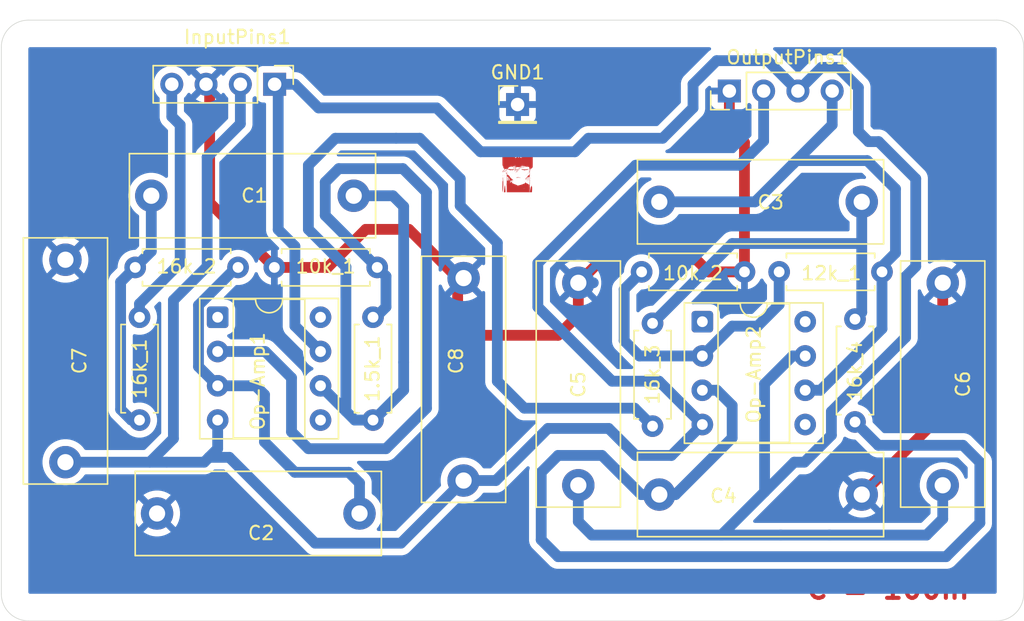
<source format=kicad_pcb>
(kicad_pcb (version 20241229) (generator "pcbnew") (generator_version "9.0")
  (layers (0 "F.Cu" signal) (2 "B.Cu" signal) (13 "F.Paste" user) (15 "B.Paste" user) (5 "F.SilkS" user "F.Silkscreen") (7 "B.SilkS" user "B.Silkscreen") (1 "F.Mask" user) (3 "B.Mask" user) (25 "Edge.Cuts" user))
  (net 0 "")
  (net 1 "GND")
  (net 2 "Net-(1.5k_1-Pad1)")
  (net 3 "Net-(Op-Amp1--)")
  (net 4 "Net-(Op-Amp2--)")
  (net 5 "V+")
  (net 6 "V-")
  (net 7 "Net-(16k_1-Pad2)")
  (net 8 "Net-(Op-Amp1-+)")
  (net 9 "Net-(Op-Amp2-+)")
  (net 16 "INPUT")
  (net 17 "Output")
  (net 18 "Net-(16k_3-Pad2)")
  (footprint "Connector_PinHeader_2.54mm:PinHeader_1x01_P2.54mm_Vertical" (layer "F.Cu") (at 162.5 92.5)
    (property "Reference" "GND1")
    (property "Value" "Conn_01x01_Pin")
  )
  (footprint "Capacitor_THT:C_Rect_L18.0mm_W6.0mm_P15.00mm_FKS3_FKP3" (layer "F.Cu") (at 158.5 120.359814 90)
    (property "Reference" "C8")
    (property "Value" "C")
  )
  (footprint "Resistor_THT:R_Axial_DIN0207_L6.3mm_D2.5mm_P7.62mm_Horizontal" (layer "F.Cu") (at 134.169 104.57)
    (property "Reference" "16k_2")
    (property "Value" "R")
  )
  (footprint "Connector_PinHeader_2.54mm:PinHeader_1x04_P2.54mm_Vertical" (layer "F.Cu") (at 178.19 91.5 90)
    (property "Reference" "OutputPins1")
    (property "Value" "Conn_01x04_Pin")
  )
  (footprint "Capacitor_THT:C_Rect_L18.0mm_W6.0mm_P15.00mm_FKS3_FKP3" (layer "F.Cu") (at 129 119 90)
    (property "Reference" "C7")
    (property "Value" "C")
  )
  (footprint "Resistor_THT:R_Axial_DIN0207_L6.3mm_D2.5mm_P7.62mm_Horizontal" (layer "F.Cu") (at 134.489 108.26 -90)
    (property "Reference" "16k_1")
    (property "Value" "R")
  )
  (footprint "Capacitor_THT:C_Rect_L18.0mm_W6.0mm_P15.00mm_FKS3_FKP3" (layer "F.Cu") (at 167 120.71 90)
    (property "Reference" "C5")
    (property "Value" "C")
  )
  (footprint "Package_DIP:DIP-8_W7.62mm_Socket" (layer "F.Cu") (at 176.19 108.59)
    (property "Reference" "Op-Amp2")
    (property "Value" "TL081")
  )
  (footprint "logo?:BME_LOGO" (layer "F.Cu") (at 129 126.5)
    (property "Reference" "G***" (hide yes))
    (property "Value" "LOGO" (hide yes))
  )
  (footprint "Capacitor_THT:C_Rect_L18.0mm_W6.0mm_P15.00mm_FKS3_FKP3" (layer "F.Cu") (at 194 120.71 90)
    (property "Reference" "C6")
    (property "Value" "C")
  )
  (footprint "logo?:lena" (layer "F.Cu") (at 162.5 97.5)
    (property "Reference" "G***" (hide yes))
    (property "Value" "LOGO" (hide yes))
  )
  (footprint "Resistor_THT:R_Axial_DIN0207_L6.3mm_D2.5mm_P7.62mm_Horizontal" (layer "F.Cu") (at 152.099 104.57 180)
    (property "Reference" "10k_1")
    (property "Value" "R")
  )
  (footprint "Capacitor_THT:C_Rect_L18.0mm_W6.0mm_P15.00mm_FKS3_FKP3" (layer "F.Cu") (at 173 99.71)
    (property "Reference" "C3")
    (property "Value" "C")
  )
  (footprint "Resistor_THT:R_Axial_DIN0207_L6.3mm_D2.5mm_P7.62mm_Horizontal" (layer "F.Cu") (at 189.5 104.9 180)
    (property "Reference" "12k_1")
    (property "Value" "R")
  )
  (footprint "Resistor_THT:R_Axial_DIN0207_L6.3mm_D2.5mm_P7.62mm_Horizontal" (layer "F.Cu") (at 187.5 108.4 -90)
    (property "Reference" "16k_4")
    (property "Value" "R")
  )
  (footprint "Resistor_THT:R_Axial_DIN0207_L6.3mm_D2.5mm_P7.62mm_Horizontal" (layer "F.Cu") (at 151.789 115.88 90)
    (property "Reference" "1.5k_1")
    (property "Value" "R")
  )
  (footprint "Capacitor_THT:C_Rect_L18.0mm_W6.0mm_P15.00mm_FKS3_FKP3" (layer "F.Cu") (at 150.359814 99.259814 180)
    (property "Reference" "C1")
    (property "Value" "C")
  )
  (footprint "Capacitor_THT:C_Rect_L18.0mm_W6.0mm_P15.00mm_FKS3_FKP3" (layer "F.Cu") (at 135.789 122.8)
    (property "Reference" "C2")
    (property "Value" "C")
  )
  (footprint "Connector_PinHeader_2.54mm:PinHeader_1x04_P2.54mm_Vertical" (layer "F.Cu") (at 144.5 91 -90)
    (property "Reference" "InputPins1")
    (property "Value" "Conn_01x04_Pin")
  )
  (footprint "Capacitor_THT:C_Rect_L18.0mm_W6.0mm_P15.00mm_FKS3_FKP3" (layer "F.Cu") (at 188 121.4 180)
    (property "Reference" "C4")
    (property "Value" "C")
  )
  (footprint "Package_DIP:DIP-8_W7.62mm_Socket" (layer "F.Cu") (at 140.279 108.26)
    (property "Reference" "Op-Amp1")
    (property "Value" "TL081")
  )
  (footprint "Resistor_THT:R_Axial_DIN0207_L6.3mm_D2.5mm_P7.62mm_Horizontal" (layer "F.Cu") (at 172.5 116.33 90)
    (property "Reference" "16k_3")
    (property "Value" "R")
  )
  (footprint "Resistor_THT:R_Axial_DIN0207_L6.3mm_D2.5mm_P7.62mm_Horizontal" (layer "F.Cu") (at 171.69 104.9)
    (property "Reference" "10k_2")
    (property "Value" "R")
  )
  (gr_arc (start 126.25 130.75) (mid 124.835786 130.164214) (end 124.25 128.75) (stroke (width 0.05)) (layer "Edge.Cuts"))
  (gr_line (start 126.25 86.25) (end 198 86.25) (stroke (width 0.05)) (layer "Edge.Cuts"))
  (gr_line (start 198 130.75) (end 126.25 130.75) (stroke (width 0.05)) (layer "Edge.Cuts"))
  (gr_line (start 124.25 128.75) (end 124.25 88.25) (stroke (width 0.05)) (layer "Edge.Cuts"))
  (gr_arc (start 198 86.25) (mid 199.414214 86.835786) (end 200 88.25) (stroke (width 0.05)) (layer "Edge.Cuts"))
  (gr_line (start 200 88.25) (end 200 128.75) (stroke (width 0.05)) (layer "Edge.Cuts"))
  (gr_arc (start 124.25 88.25) (mid 124.835786 86.835786) (end 126.25 86.25) (stroke (width 0.05)) (layer "Edge.Cuts"))
  (gr_arc (start 200 128.75) (mid 199.414214 130.164214) (end 198 130.75) (stroke (width 0.05)) (layer "Edge.Cuts"))
  (gr_text "C = 100nF" (at 183.75 129.25 0) (layer "F.Cu") (effects (font (size 1.5 1.5) (thickness 0.3) (bold yes)) (justify left bottom)))
  (segment (start 178.19 94.19) (end 178.19 91.5) (width 0.8) (layer "F.Cu") (net 1))
  (segment (start 194 115.4) (end 194 105.71) (width 0.8) (layer "F.Cu") (net 1))
  (segment (start 176.65 104.9) (end 179.31 104.9) (width 0.8) (layer "F.Cu") (net 1))
  (segment (start 158.059814 105.359814) (end 158.5 105.359814) (width 0.8) (layer "F.Cu") (net 1))
  (segment (start 144.479 104.57) (end 148.43 104.57) (width 0.8) (layer "F.Cu") (net 1))
  (segment (start 179.31 95.31) (end 178.19 94.19) (width 0.8) (layer "F.Cu") (net 1))
  (segment (start 139.42 91) (end 139.684814 91.264814) (width 0.8) (layer "F.Cu") (net 1))
  (segment (start 158.059814 108.459814) (end 158.059814 105.8) (width 0.8) (layer "F.Cu") (net 1))
  (segment (start 170.46 102.25) (end 174 102.25) (width 0.8) (layer "F.Cu") (net 1))
  (segment (start 167 105.71) (end 170.46 102.25) (width 0.8) (layer "F.Cu") (net 1))
  (segment (start 139.684814 99.775814) (end 144.479 104.57) (width 0.8) (layer "F.Cu") (net 1))
  (segment (start 174 102.25) (end 176.65 104.9) (width 0.8) (layer "F.Cu") (net 1))
  (segment (start 139.684814 91.264814) (end 139.684814 99.775814) (width 0.8) (layer "F.Cu") (net 1))
  (segment (start 167 108.1) (end 165.5 109.6) (width 0.8) (layer "F.Cu") (net 1))
  (segment (start 165.5 109.6) (end 159.2 109.6) (width 0.8) (layer "F.Cu") (net 1))
  (segment (start 148.43 104.57) (end 151.25 101.75) (width 0.8) (layer "F.Cu") (net 1))
  (segment (start 158.059814 105.8) (end 158.5 105.359814) (width 0.8) (layer "F.Cu") (net 1))
  (segment (start 179.31 104.9) (end 179.31 95.31) (width 0.8) (layer "F.Cu") (net 1))
  (segment (start 154.45 101.75) (end 158.059814 105.359814) (width 0.8) (layer "F.Cu") (net 1))
  (segment (start 188 121.4) (end 194 115.4) (width 0.8) (layer "F.Cu") (net 1))
  (segment (start 159.2 109.6) (end 158.059814 108.459814) (width 0.8) (layer "F.Cu") (net 1))
  (segment (start 167 105.71) (end 167 108.1) (width 0.8) (layer "F.Cu") (net 1))
  (segment (start 151.25 101.75) (end 154.45 101.75) (width 0.8) (layer "F.Cu") (net 1))
  (segment (start 167 105.71) (end 168.11 105.71) (width 0.8) (layer "B.Cu") (net 1))
  (segment (start 154.059814 113.659814) (end 151.839628 115.88) (width 0.8) (layer "B.Cu") (net 2))
  (segment (start 153.5 95) (end 149 95) (width 0.8) (layer "B.Cu") (net 2))
  (segment (start 149.7795 104.5295) (end 149.7795 115.2205) (width 0.8) (layer "B.Cu") (net 2))
  (segment (start 171.17 115) (end 163 115) (width 0.8) (layer "B.Cu") (net 2))
  (segment (start 150.439 115.88) (end 149.7795 115.2205) (width 0.8) (layer "B.Cu") (net 2))
  (segment (start 149 95) (end 147 97) (width 0.8) (layer "B.Cu") (net 2))
  (segment (start 158.25 98) (end 155.25 95) (width 0.8) (layer "B.Cu") (net 2))
  (segment (start 155.25 95) (end 153.5 95) (width 0.8) (layer "B.Cu") (net 2))
  (segment (start 172.5 116.33) (end 171.17 115) (width 0.8) (layer "B.Cu") (net 2))
  (segment (start 147 97) (end 147 101.75) (width 0.8) (layer "B.Cu") (net 2))
  (segment (start 151.839628 115.88) (end 151.789 115.88) (width 0.8) (layer "B.Cu") (net 2))
  (segment (start 161 102.75) (end 158.25 100) (width 0.8) (layer "B.Cu") (net 2))
  (segment (start 161 113) (end 161 102.75) (width 0.8) (layer "B.Cu") (net 2))
  (segment (start 158.25 100) (end 158.25 98) (width 0.8) (layer "B.Cu") (net 2))
  (segment (start 163 115) (end 161 113) (width 0.8) (layer "B.Cu") (net 2))
  (segment (start 151.789 115.88) (end 150.439 115.88) (width 0.8) (layer "B.Cu") (net 2))
  (segment (start 154.059814 100.059814) (end 154.059814 111.6) (width 0.8) (layer "B.Cu") (net 2))
  (segment (start 149.7795 115.2205) (end 147.899 113.34) (width 0.8) (layer "B.Cu") (net 2))
  (segment (start 154.059814 111.6) (end 154.059814 113.659814) (width 0.8) (layer "B.Cu") (net 2))
  (segment (start 147 101.75) (end 149.7795 104.5295) (width 0.8) (layer "B.Cu") (net 2))
  (segment (start 153.259814 99.259814) (end 154.059814 100.059814) (width 0.8) (layer "B.Cu") (net 2))
  (segment (start 150.359814 99.259814) (end 153.259814 99.259814) (width 0.8) (layer "B.Cu") (net 2))
  (segment (start 145.75 112.75) (end 145.75 116.75) (width 0.8) (layer "B.Cu") (net 3))
  (segment (start 152.75 118) (end 155.75 115) (width 0.8) (layer "B.Cu") (net 3))
  (segment (start 151.99 108.26) (end 152.75 107.5) (width 0.8) (layer "B.Cu") (net 3))
  (segment (start 148.25 98.25) (end 148.25 100.721) (width 0.8) (layer "B.Cu") (net 3))
  (segment (start 154 97.25) (end 149.25 97.25) (width 0.8) (layer "B.Cu") (net 3))
  (segment (start 155.75 115) (end 155.75 99) (width 0.8) (layer "B.Cu") (net 3))
  (segment (start 155.75 99) (end 154 97.25) (width 0.8) (layer "B.Cu") (net 3))
  (segment (start 148.25 100.721) (end 152.099 104.57) (width 0.8) (layer "B.Cu") (net 3))
  (segment (start 147 118) (end 152.75 118) (width 0.8) (layer "B.Cu") (net 3))
  (segment (start 143.8 110.8) (end 145.75 112.75) (width 0.8) (layer "B.Cu") (net 3))
  (segment (start 149.25 97.25) (end 148.25 98.25) (width 0.8) (layer "B.Cu") (net 3))
  (segment (start 152.75 107.5) (end 152.75 105.221) (width 0.8) (layer "B.Cu") (net 3))
  (segment (start 151.789 108.26) (end 151.99 108.26) (width 0.8) (layer "B.Cu") (net 3))
  (segment (start 145.75 116.75) (end 147 118) (width 0.8) (layer "B.Cu") (net 3))
  (segment (start 152.75 105.221) (end 152.099 104.57) (width 0.8) (layer "B.Cu") (net 3))
  (segment (start 140.279 110.8) (end 143.8 110.8) (width 0.8) (layer "B.Cu") (net 3))
  (segment (start 176.19 111.13) (end 178.4 108.92) (width 0.8) (layer "B.Cu") (net 4))
  (segment (start 171.69 104.9) (end 170.4 106.19) (width 0.8) (layer "B.Cu") (net 4))
  (segment (start 170.4 110) (end 171.53 111.13) (width 0.8) (layer "B.Cu") (net 4))
  (segment (start 178.4 108.92) (end 180.28 108.92) (width 0.8) (layer "B.Cu") (net 4))
  (segment (start 170.4 106.19) (end 170.4 110) (width 0.8) (layer "B.Cu") (net 4))
  (segment (start 171.53 111.13) (end 176.19 111.13) (width 0.8) (layer "B.Cu") (net 4))
  (segment (start 180.28 108.92) (end 181.88 107.32) (width 0.8) (layer "B.Cu") (net 4))
  (segment (start 181.88 107.32) (end 181.88 104.9) (width 0.8) (layer "B.Cu") (net 4))
  (segment (start 194 123.2) (end 192.8 124.4) (width 0.8) (layer "B.Cu") (net 5))
  (segment (start 185.6 124.4) (end 182 124.4) (width 0.8) (layer "B.Cu") (net 5))
  (segment (start 144.5 91) (end 146 91) (width 0.8) (layer "B.Cu") (net 5))
  (segment (start 173.25 95) (end 175.5 92.75) (width 0.8) (layer "B.Cu") (net 5))
  (segment (start 144.764814 91.264814) (end 144.764814 101.764814) (width 0.8) (layer "B.Cu") (net 5))
  (segment (start 192 104.5) (end 191.25 105.25) (width 0.8) (layer "B.Cu") (net 5))
  (segment (start 167.75 95) (end 173.25 95) (width 0.8) (layer "B.Cu") (net 5))
  (segment (start 159.75 96) (end 166.75 96) (width 0.8) (layer "B.Cu") (net 5))
  (segment (start 182 124.4) (end 177.6 124.4) (width 0.8) (layer "B.Cu") (net 5))
  (segment (start 187.75 91.25) (end 187.75 94.5) (width 0.8) (layer "B.Cu") (net 5))
  (segment (start 180.8 113.2) (end 182.87 111.13) (width 0.8) (layer "B.Cu") (net 5))
  (segment (start 177.6 124.4) (end 180.8 121.2) (width 0.8) (layer "B.Cu") (net 5))
  (segment (start 183.75 119) (end 183 119) (width 0.8) (layer "B.Cu") (net 5))
  (segment (start 146 91) (end 147.75 92.75) (width 0.8) (layer "B.Cu") (net 5))
  (segment (start 183 119) (end 180.8 121.2) (width 0.8) (layer "B.Cu") (net 5))
  (segment (start 194 120.71) (end 194 123.2) (width 0.8) (layer "B.Cu") (net 5))
  (segment (start 181.02 89.25) (end 183.27 91.5) (width 0.8) (layer "B.Cu") (net 5))
  (segment (start 167 120.71) (end 167 123.4) (width 0.8) (layer "B.Cu") (net 5))
  (segment (start 166.75 96) (end 167.75 95) (width 0.8) (layer "B.Cu") (net 5))
  (segment (start 185.02 89.75) (end 186.25 89.75) (width 0.8) (layer "B.Cu") (net 5))
  (segment (start 147.75 92.75) (end 156.5 92.75) (width 0.8) (layer "B.Cu") (net 5))
  (segment (start 187.75 94.5) (end 188.5 95.25) (width 0.8) (layer "B.Cu") (net 5))
  (segment (start 168 124.4) (end 177.6 124.4) (width 0.8) (layer "B.Cu") (net 5))
  (segment (start 146 108.901) (end 147.899 110.8) (width 0.8) (layer "B.Cu") (net 5))
  (segment (start 191.25 105.25) (end 191.25 109.75) (width 0.8) (layer "B.Cu") (net 5))
  (segment (start 146 103) (end 146 108.901) (width 0.8) (layer "B.Cu") (net 5))
  (segment (start 144.764814 101.764814) (end 146 103) (width 0.8) (layer "B.Cu") (net 5))
  (segment (start 185.75 117) (end 183.75 119) (width 0.8) (layer "B.Cu") (net 5))
  (segment (start 180.8 121.2) (end 180.8 113.2) (width 0.8) (layer "B.Cu") (net 5))
  (segment (start 144.5 91) (end 144.764814 91.264814) (width 0.8) (layer "B.Cu") (net 5))
  (segment (start 156.5 92.75) (end 159.75 96) (width 0.8) (layer "B.Cu") (net 5))
  (segment (start 183.27 91.5) (end 185.02 89.75) (width 0.8) (layer "B.Cu") (net 5))
  (segment (start 177.25 89.25) (end 181.02 89.25) (width 0.8) (layer "B.Cu") (net 5))
  (segment (start 175.5 92.75) (end 175.5 91) (width 0.8) (layer "B.Cu") (net 5))
  (segment (start 182.87 111.13) (end 183.81 111.13) (width 0.8) (layer "B.Cu") (net 5))
  (segment (start 192 98) (end 192 104.5) (width 0.8) (layer "B.Cu") (net 5))
  (segment (start 192.8 124.4) (end 185.6 124.4) (width 0.8) (layer "B.Cu") (net 5))
  (segment (start 191.25 109.75) (end 185.75 115.25) (width 0.8) (layer "B.Cu") (net 5))
  (segment (start 188.5 95.25) (end 189.25 95.25) (width 0.8) (layer "B.Cu") (net 5))
  (segment (start 167 123.4) (end 168 124.4) (width 0.8) (layer "B.Cu") (net 5))
  (segment (start 185.75 115.25) (end 185.75 117) (width 0.8) (layer "B.Cu") (net 5))
  (segment (start 189.25 95.25) (end 192 98) (width 0.8) (layer "B.Cu") (net 5))
  (segment (start 175.5 91) (end 177.25 89.25) (width 0.8) (layer "B.Cu") (net 5))
  (segment (start 186.25 89.75) (end 187.75 91.25) (width 0.8) (layer "B.Cu") (net 5))
  (segment (start 180.73 91.5) (end 180.73 95.202081) (width 0.8) (layer "B.Cu") (net 6))
  (segment (start 171.25 118.5) (end 173.9 118.5) (width 0.8) (layer "B.Cu") (net 6))
  (segment (start 164 107.5) (end 169.5 113) (width 0.8) (layer "B.Cu") (net 6))
  (segment (start 141.96 93.924628) (end 139.5 96.384628) (width 0.8) (layer "B.Cu") (net 6))
  (segment (start 164.75 116.5) (end 169.25 116.5) (width 0.8) (layer "B.Cu") (net 6))
  (segment (start 139.5 96.384628) (end 139.5 104.5) (width 0.8) (layer "B.Cu") (net 6))
  (segment (start 160.890186 120.359814) (end 164.75 116.5) (width 0.8) (layer "B.Cu") (net 6))
  (segment (start 169.5 113) (end 172.98 113) (width 0.8) (layer "B.Cu") (net 6))
  (segment (start 180.73 95.202081) (end 178.932081 97) (width 0.8) (layer "B.Cu") (net 6))
  (segment (start 173.9 118.5) (end 176.19 116.21) (width 0.8) (layer "B.Cu") (net 6))
  (segment (start 137 107) (end 137 117.25) (width 0.8) (layer "B.Cu") (net 6))
  (segment (start 178.932081 97) (end 171.25 97) (width 0.8) (layer "B.Cu") (net 6))
  (segment (start 139.279 119) (end 139.6395 118.6395) (width 0.8) (layer "B.Cu") (net 6))
  (segment (start 164 104.25) (end 164 107.5) (width 0.8) (layer "B.Cu") (net 6))
  (segment (start 153.859814 125) (end 158.5 120.359814) (width 0.8) (layer "B.Cu") (net 6))
  (segment (start 137 117.25) (end 135.25 119) (width 0.8) (layer "B.Cu") (net 6))
  (segment (start 139.6395 118.6395) (end 140.279 118) (width 0.8) (layer "B.Cu") (net 6))
  (segment (start 139.6395 118.6395) (end 141.1395 118.6395) (width 0.8) (layer "B.Cu") (net 6))
  (segment (start 141.1395 118.6395) (end 147.5 125) (width 0.8) (layer "B.Cu") (net 6))
  (segment (start 169.25 116.5) (end 171.25 118.5) (width 0.8) (layer "B.Cu") (net 6))
  (segment (start 171.25 97) (end 164 104.25) (width 0.8) (layer "B.Cu") (net 6))
  (segment (start 147.5 125) (end 153.859814 125) (width 0.8) (layer "B.Cu") (net 6))
  (segment (start 158.5 120.359814) (end 160.890186 120.359814) (width 0.8) (layer "B.Cu") (net 6))
  (segment (start 141.96 91) (end 141.96 93.924628) (width 0.8) (layer "B.Cu") (net 6))
  (segment (start 135.25 119) (end 136.5 119) (width 0.8) (layer "B.Cu") (net 6))
  (segment (start 172.98 113) (end 176.19 116.21) (width 0.8) (layer "B.Cu") (net 6))
  (segment (start 129 119) (end 135.25 119) (width 0.8) (layer "B.Cu") (net 6))
  (segment (start 140.279 118) (end 140.279 115.88) (width 0.8) (layer "B.Cu") (net 6))
  (segment (start 136.5 119) (end 139.279 119) (width 0.8) (layer "B.Cu") (net 6))
  (segment (start 139.5 104.5) (end 137 107) (width 0.8) (layer "B.Cu") (net 6))
  (segment (start 134.289 104.45) (end 134.169 104.57) (width 0.2) (layer "B.Cu") (net 7))
  (segment (start 135.359814 99.259814) (end 135.359814 103.379186) (width 0.8) (layer "B.Cu") (net 7))
  (segment (start 135.359814 103.379186) (end 134.169 104.57) (width 0.8) (layer "B.Cu") (net 7))
  (segment (start 134.489 115.88) (end 133.88 115.88) (width 0.8) (layer "B.Cu") (net 7))
  (segment (start 133.088 105.651) (end 134.169 104.57) (width 0.8) (layer "B.Cu") (net 7))
  (segment (start 133.88 115.88) (end 133.088 115.088) (width 0.8) (layer "B.Cu") (net 7))
  (segment (start 133.088 115.088) (end 133.088 105.651) (width 0.8) (layer "B.Cu") (net 7))
  (segment (start 150 119.75) (end 150.789 120.539) (width 0.8) (layer "B.Cu") (net 8))
  (segment (start 143.75 114) (end 143.75 117.5) (width 0.8) (layer "B.Cu") (net 8))
  (segment (start 138.859814 107.368762) (end 138.859814 111.920814) (width 0.8) (layer "B.Cu") (net 8))
  (segment (start 143.09 113.34) (end 143.75 114) (width 0.8) (layer "B.Cu") (net 8))
  (segment (start 143.75 117.5) (end 146 119.75) (width 0.8) (layer "B.Cu") (net 8))
  (segment (start 138.859814 111.920814) (end 140.279 113.34) (width 0.8) (layer "B.Cu") (net 8))
  (segment (start 146 119.75) (end 150 119.75) (width 0.8) (layer "B.Cu") (net 8))
  (segment (start 141.789 104.57) (end 141.658576 104.57) (width 0.8) (layer "B.Cu") (net 8))
  (segment (start 150.789 120.539) (end 150.789 122.8) (width 0.8) (layer "B.Cu") (net 8))
  (segment (start 140.279 113.34) (end 143.09 113.34) (width 0.8) (layer "B.Cu") (net 8))
  (segment (start 141.658576 104.57) (end 138.859814 107.368762) (width 0.8) (layer "B.Cu") (net 8))
  (segment (start 187.5 116.02) (end 189.23 117.75) (width 0.8) (layer "B.Cu") (net 9))
  (segment (start 165.5 118.5) (end 168.75 118.5) (width 0.8) (layer "B.Cu") (net 9))
  (segment (start 195.5 117.75) (end 196.75 119) (width 0.8) (layer "B.Cu") (net 9))
  (segment (start 189.23 117.75) (end 195.5 117.75) (width 0.8) (layer "B.Cu") (net 9))
  (segment (start 178.4 117.2) (end 174.2 121.4) (width 0.8) (layer "B.Cu") (net 9))
  (segment (start 176.19 113.67) (end 177.27 113.67) (width 0.8) (layer "B.Cu") (net 9))
  (segment (start 165.5 126) (end 164.25 124.75) (width 0.8) (layer "B.Cu") (net 9))
  (segment (start 196.75 123.5) (end 194.25 126) (width 0.8) (layer "B.Cu") (net 9))
  (segment (start 194.25 126) (end 165.5 126) (width 0.8) (layer "B.Cu") (net 9))
  (segment (start 168.75 118.5) (end 171.65 121.4) (width 0.8) (layer "B.Cu") (net 9))
  (segment (start 164.25 119.75) (end 165.5 118.5) (width 0.8) (layer "B.Cu") (net 9))
  (segment (start 196.75 119) (end 196.75 123.5) (width 0.8) (layer "B.Cu") (net 9))
  (segment (start 174.2 121.4) (end 173 121.4) (width 0.8) (layer "B.Cu") (net 9))
  (segment (start 177.27 113.67) (end 178.4 114.8) (width 0.8) (layer "B.Cu") (net 9))
  (segment (start 171.65 121.4) (end 173 121.4) (width 0.8) (layer "B.Cu") (net 9))
  (segment (start 164.25 124.75) (end 164.25 119.75) (width 0.8) (layer "B.Cu") (net 9))
  (segment (start 178.4 114.8) (end 178.4 117.2) (width 0.8) (layer "B.Cu") (net 9))
  (segment (start 137.5 94.015) (end 136.88 93.395) (width 0.8) (layer "B.Cu") (net 16))
  (segment (start 137.5 104.25) (end 137.5 94.015) (width 0.8) (layer "B.Cu") (net 16))
  (segment (start 134.489 107.261) (end 137.5 104.25) (width 0.8) (layer "B.Cu") (net 16))
  (segment (start 136.88 93.395) (end 136.88 91) (width 0.8) (layer "B.Cu") (net 16))
  (segment (start 134.489 108.26) (end 134.489 107.261) (width 0.8) (layer "B.Cu") (net 16))
  (segment (start 182.905 96.905) (end 185.81 94) (width 0.8) (layer "B.Cu") (net 17))
  (segment (start 190.5 103.5) (end 189.5 104.5) (width 0.8) (layer "B.Cu") (net 17))
  (segment (start 173 99.71) (end 180.1 99.71) (width 0.8) (layer "B.Cu") (net 17))
  (segment (start 185.81 94) (end 185.81 91.5) (width 0.8) (layer "B.Cu") (net 17))
  (segment (start 188.405 96.655) (end 190.5 98.75) (width 0.8) (layer "B.Cu") (net 17))
  (segment (start 184.94137 113.67) (end 183.81 113.67) (width 0.8) (layer "B.Cu") (net 17))
  (segment (start 183.155 96.655) (end 188.405 96.655) (width 0.8) (layer "B.Cu") (net 17))
  (segment (start 189.5 109.11137) (end 184.94137 113.67) (width 0.8) (layer "B.Cu") (net 17))
  (segment (start 180.1 99.71) (end 182.905 96.905) (width 0.8) (layer "B.Cu") (net 17))
  (segment (start 182.905 96.905) (end 183.155 96.655) (width 0.8) (layer "B.Cu") (net 17))
  (segment (start 189.5 104.5) (end 189.5 104.9) (width 0.8) (layer "B.Cu") (net 17))
  (segment (start 189.5 104.9) (end 189.5 109.11137) (width 0.8) (layer "B.Cu") (net 17))
  (segment (start 190.5 98.75) (end 190.5 103.5) (width 0.8) (layer "B.Cu") (net 17))
  (segment (start 188 102.8) (end 188 107.9) (width 0.8) (layer "B.Cu") (net 18))
  (segment (start 172.5 108.71) (end 178.41 102.8) (width 0.8) (layer "B.Cu") (net 18))
  (segment (start 188 99.71) (end 188 102.8) (width 0.8) (layer "B.Cu") (net 18))
  (segment (start 188 107.9) (end 187.5 108.4) (width 0.8) (layer "B.Cu") (net 18))
  (segment (start 178.41 102.8) (end 188 102.8) (width 0.8) (layer "B.Cu") (net 18))
  (zone (net 1) (net_name "GND") (layer "B.Cu") (connect_pads (clearance 0.5)) (min_thickness 0.25) (fill yes (thermal_gap 0.5) (thermal_bridge_width 0.5))
    (polygon (pts (xy 198 128.75) (xy 126.25 128.75) (xy 126.25 88.25) (xy 198 88.25)))
  )
)
</source>
